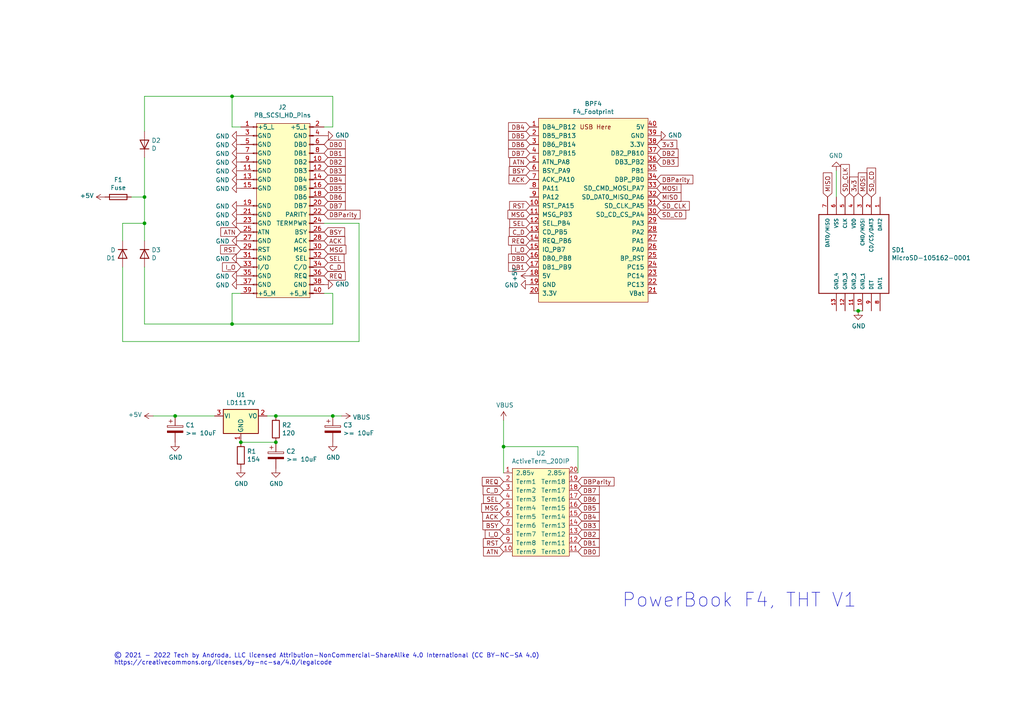
<source format=kicad_sch>
(kicad_sch (version 20211123) (generator eeschema)
  (paper "A4")
  (lib_symbols
    (symbol "Device:CP" (pin_numbers hide) (pin_names (offset 0.254))
      (property "Reference" "C" (at 0.635 2.54 0))
      (property "Value" "Device_CP" (at 0.635 -2.54 0))
      (symbol "CP_0_1"
        (rectangle (start -2.286 0.508) (end 2.286 1.016))
        (polyline (pts (xy -1.778 2.286) (xy -0.762 2.286)))
        (polyline (pts (xy -1.27 2.794) (xy -1.27 1.778)))
        (rectangle (start 2.286 -0.508) (end -2.286 -1.016) (fill (type outline)))
      )
      (symbol "CP_1_1"
        (pin passive line (at 0 3.81 270) (length 2.794) (name "~") (number "1"))
        (pin passive line (at 0 -3.81 90) (length 2.794) (name "~") (number "2"))
      )
    )
    (symbol "Device:D" (pin_numbers hide) (pin_names (offset 1.016) hide)
      (property "Reference" "D" (at 0 2.54 0))
      (property "Value" "D" (at 0 -2.54 0))
      (symbol "D_0_1"
        (polyline (pts (xy -1.27 1.27) (xy -1.27 -1.27)) (stroke (width 0.254)))
        (polyline (pts (xy 1.27 0) (xy -1.27 0)))
        (polyline (pts (xy 1.27 1.27) (xy 1.27 -1.27) (xy -1.27 0) (xy 1.27 1.27)) (stroke (width 0.254)))
      )
      (symbol "D_1_1"
        (pin passive line (at -3.81 0 0) (length 2.54) (name "K") (number "1"))
        (pin passive line (at 3.81 0 180) (length 2.54) (name "A") (number "2"))
      )
    )
    (symbol "Device:Fuse" (pin_numbers hide) (pin_names (offset 0))
      (property "Reference" "F" (at 2.032 0 90))
      (property "Value" "Fuse" (at -1.905 0 90))
      (symbol "Fuse_0_1"
        (rectangle (start -0.762 -2.54) (end 0.762 2.54) (stroke (width 0.254)))
        (polyline (pts (xy 0 2.54) (xy 0 -2.54)))
      )
      (symbol "Fuse_1_1"
        (pin passive line (at 0 3.81 270) (length 1.27) (name "~") (number "1"))
        (pin passive line (at 0 -3.81 90) (length 1.27) (name "~") (number "2"))
      )
    )
    (symbol "Device:R" (pin_numbers hide) (pin_names (offset 0))
      (property "Reference" "R" (at 2.032 0 90))
      (property "Value" "R" (at 0 0 90))
      (symbol "R_0_1"
        (rectangle (start -1.016 -2.54) (end 1.016 2.54) (stroke (width 0.254)))
      )
      (symbol "R_1_1"
        (pin passive line (at 0 3.81 270) (length 1.27) (name "~") (number "1"))
        (pin passive line (at 0 -3.81 90) (length 1.27) (name "~") (number "2"))
      )
    )
    (symbol "Regulator_Linear:LD1117VCD-2.85" (pin_names (offset 0.254))
      (property "Reference" "U" (at -3.81 3.175 0))
      (property "Value" "LD1117VCD-2.85" (at 0 3.175 0))
      (symbol "LD1117VCD-2.85_0_1"
        (rectangle (start -5.08 -5.08) (end 5.08 1.905) (stroke (width 0.254)) (fill (type background)))
      )
      (symbol "LD1117VCD-2.85_1_1"
        (pin power_in line (at 0 -7.62 90) (length 2.54) (name "GND") (number "1"))
        (pin power_out line (at 7.62 0 180) (length 2.54) (name "VO") (number "2"))
        (pin power_in line (at -7.62 0 0) (length 2.54) (name "VI") (number "3"))
      )
    )
    (symbol "custom_symbols:ActiveTerm_20DIP" (pin_names (offset 1.016))
      (property "Reference" "U" (at 0 0 0))
      (property "Value" "custom_symbols_ActiveTerm_20DIP" (at 0 2.54 0))
      (symbol "ActiveTerm_20DIP_0_1"
        (rectangle (start -7.62 -2.54) (end 8.89 -27.94) (fill (type background)))
      )
      (symbol "ActiveTerm_20DIP_1_1"
        (pin input line (at -10.16 -3.81 0) (length 2.54) (name "2.85v") (number "1"))
        (pin input line (at -10.16 -26.67 0) (length 2.54) (name "Term9") (number "10"))
        (pin input line (at 11.43 -26.67 180) (length 2.54) (name "Term10") (number "11"))
        (pin input line (at 11.43 -24.13 180) (length 2.54) (name "Term11") (number "12"))
        (pin input line (at 11.43 -21.59 180) (length 2.54) (name "Term12") (number "13"))
        (pin input line (at 11.43 -19.05 180) (length 2.54) (name "Term13") (number "14"))
        (pin input line (at 11.43 -16.51 180) (length 2.54) (name "Term14") (number "15"))
        (pin input line (at 11.43 -13.97 180) (length 2.54) (name "Term15") (number "16"))
        (pin input line (at 11.43 -11.43 180) (length 2.54) (name "Term16") (number "17"))
        (pin input line (at 11.43 -8.89 180) (length 2.54) (name "Term17") (number "18"))
        (pin input line (at 11.43 -6.35 180) (length 2.54) (name "Term18") (number "19"))
        (pin input line (at -10.16 -6.35 0) (length 2.54) (name "Term1") (number "2"))
        (pin input line (at 11.43 -3.81 180) (length 2.54) (name "2.85v") (number "20"))
        (pin input line (at -10.16 -8.89 0) (length 2.54) (name "Term2") (number "3"))
        (pin input line (at -10.16 -11.43 0) (length 2.54) (name "Term3") (number "4"))
        (pin input line (at -10.16 -13.97 0) (length 2.54) (name "Term4") (number "5"))
        (pin input line (at -10.16 -16.51 0) (length 2.54) (name "Term5") (number "6"))
        (pin input line (at -10.16 -19.05 0) (length 2.54) (name "Term6") (number "7"))
        (pin input line (at -10.16 -21.59 0) (length 2.54) (name "Term7") (number "8"))
        (pin input line (at -10.16 -24.13 0) (length 2.54) (name "Term8") (number "9"))
      )
    )
    (symbol "custom_symbols:F4_Footprint" (pin_names (offset 1.016))
      (property "Reference" "BP" (at 0 1.27 0))
      (property "Value" "custom_symbols_F4_Footprint" (at 0 5.08 0))
      (symbol "F4_Footprint_0_0"
        (text "USB Here" (at 1.27 -3.81 0) (effects (font (size 1.27 1.27))))
      )
      (symbol "F4_Footprint_0_1"
        (rectangle (start 16.51 -1.27) (end -15.24 -54.61) (fill (type background)))
      )
      (symbol "F4_Footprint_1_1"
        (pin bidirectional line (at -17.78 -3.81 0) (length 2.54) (name "DB4_PB12") (number "1"))
        (pin bidirectional line (at -17.78 -26.67 0) (length 2.54) (name "RST_PA15") (number "10"))
        (pin bidirectional line (at -17.78 -29.21 0) (length 2.54) (name "MSG_PB3") (number "11"))
        (pin bidirectional line (at -17.78 -31.75 0) (length 2.54) (name "SEL_PB4") (number "12"))
        (pin bidirectional line (at -17.78 -34.29 0) (length 2.54) (name "CD_PB5") (number "13"))
        (pin bidirectional line (at -17.78 -36.83 0) (length 2.54) (name "REQ_PB6") (number "14"))
        (pin bidirectional line (at -17.78 -39.37 0) (length 2.54) (name "IO_PB7") (number "15"))
        (pin bidirectional line (at -17.78 -41.91 0) (length 2.54) (name "DB0_PB8") (number "16"))
        (pin bidirectional line (at -17.78 -44.45 0) (length 2.54) (name "DB1_PB9") (number "17"))
        (pin power_in line (at -17.78 -46.99 0) (length 2.54) (name "5V") (number "18"))
        (pin power_in line (at -17.78 -49.53 0) (length 2.54) (name "GND") (number "19"))
        (pin bidirectional line (at -17.78 -6.35 0) (length 2.54) (name "DB5_PB13") (number "2"))
        (pin power_in line (at -17.78 -52.07 0) (length 2.54) (name "3.3V") (number "20"))
        (pin power_in line (at 19.05 -52.07 180) (length 2.54) (name "VBat") (number "21"))
        (pin bidirectional line (at 19.05 -49.53 180) (length 2.54) (name "PC13") (number "22"))
        (pin bidirectional line (at 19.05 -46.99 180) (length 2.54) (name "PC14") (number "23"))
        (pin bidirectional line (at 19.05 -44.45 180) (length 2.54) (name "PC15") (number "24"))
        (pin input line (at 19.05 -41.91 180) (length 2.54) (name "BP_RST") (number "25"))
        (pin bidirectional line (at 19.05 -39.37 180) (length 2.54) (name "PA0") (number "26"))
        (pin bidirectional line (at 19.05 -36.83 180) (length 2.54) (name "PA1") (number "27"))
        (pin bidirectional line (at 19.05 -34.29 180) (length 2.54) (name "PA2") (number "28"))
        (pin bidirectional line (at 19.05 -31.75 180) (length 2.54) (name "PA3") (number "29"))
        (pin bidirectional line (at -17.78 -8.89 0) (length 2.54) (name "DB6_PB14") (number "3"))
        (pin bidirectional line (at 19.05 -29.21 180) (length 2.54) (name "SD_CD_CS_PA4") (number "30"))
        (pin bidirectional line (at 19.05 -26.67 180) (length 2.54) (name "SD_CLK_PA5") (number "31"))
        (pin bidirectional line (at 19.05 -24.13 180) (length 2.54) (name "SD_DAT0_MISO_PA6") (number "32"))
        (pin bidirectional line (at 19.05 -21.59 180) (length 2.54) (name "SD_CMD_MOSI_PA7") (number "33"))
        (pin bidirectional line (at 19.05 -19.05 180) (length 2.54) (name "DBP_PB0") (number "34"))
        (pin bidirectional line (at 19.05 -16.51 180) (length 2.54) (name "PB1") (number "35"))
        (pin bidirectional line (at 19.05 -13.97 180) (length 2.54) (name "DB3_PB2") (number "36"))
        (pin bidirectional line (at 19.05 -11.43 180) (length 2.54) (name "DB2_PB10") (number "37"))
        (pin power_in line (at 19.05 -8.89 180) (length 2.54) (name "3.3V") (number "38"))
        (pin power_in line (at 19.05 -6.35 180) (length 2.54) (name "GND") (number "39"))
        (pin bidirectional line (at -17.78 -11.43 0) (length 2.54) (name "DB7_PB15") (number "4"))
        (pin power_in line (at 19.05 -3.81 180) (length 2.54) (name "5V") (number "40"))
        (pin bidirectional line (at -17.78 -13.97 0) (length 2.54) (name "ATN_PA8") (number "5"))
        (pin bidirectional line (at -17.78 -16.51 0) (length 2.54) (name "BSY_PA9") (number "6"))
        (pin bidirectional line (at -17.78 -19.05 0) (length 2.54) (name "ACK_PA10") (number "7"))
        (pin bidirectional line (at -17.78 -21.59 0) (length 2.54) (name "PA11") (number "8"))
        (pin bidirectional line (at -17.78 -24.13 0) (length 2.54) (name "PA12") (number "9"))
      )
    )
    (symbol "custom_symbols:MicroSD-105162-0001" (pin_names (offset 1.016))
      (property "Reference" "J" (at 29.21 7.62 0))
      (property "Value" "custom_symbols_MicroSD-105162-0001" (at 29.21 5.08 0))
      (symbol "MicroSD-105162-0001_0_0"
        (polyline (pts (xy 5.08 2.54) (xy 5.08 -17.78)) (stroke (width 0.254)))
        (polyline (pts (xy 5.08 2.54) (xy 27.94 2.54)) (stroke (width 0.254)))
        (polyline (pts (xy 27.94 -17.78) (xy 5.08 -17.78)) (stroke (width 0.254)))
        (polyline (pts (xy 27.94 -17.78) (xy 27.94 2.54)) (stroke (width 0.254)))
        (pin bidirectional line (at 0 0 0) (length 5.08) (name "DAT2") (number "1"))
        (pin bidirectional line (at 33.02 -5.08 180) (length 5.08) (name "GND_1") (number "10"))
        (pin bidirectional line (at 33.02 -7.62 180) (length 5.08) (name "GND_2") (number "11"))
        (pin bidirectional line (at 33.02 -10.16 180) (length 5.08) (name "GND_3") (number "12"))
        (pin bidirectional line (at 33.02 -12.7 180) (length 5.08) (name "GND_4") (number "13"))
        (pin bidirectional line (at 0 -2.54 0) (length 5.08) (name "CD/CS/DAT3") (number "2"))
        (pin bidirectional line (at 0 -5.08 0) (length 5.08) (name "CMD/MOSI") (number "3"))
        (pin bidirectional line (at 0 -7.62 0) (length 5.08) (name "VDD") (number "4"))
        (pin bidirectional line (at 0 -10.16 0) (length 5.08) (name "CLK") (number "5"))
        (pin bidirectional line (at 0 -12.7 0) (length 5.08) (name "VSS") (number "6"))
        (pin bidirectional line (at 0 -15.24 0) (length 5.08) (name "DAT0/MISO") (number "7"))
        (pin bidirectional line (at 33.02 0 180) (length 5.08) (name "DAT1") (number "8"))
        (pin bidirectional line (at 33.02 -2.54 180) (length 5.08) (name "DET") (number "9"))
      )
    )
    (symbol "custom_symbols:PB_SCSI_HD_Pins" (pin_names (offset 1.016))
      (property "Reference" "J" (at -0.508 26.67 0))
      (property "Value" "custom_symbols_PB_SCSI_HD_Pins" (at -0.508 -28.702 0))
      (symbol "PB_SCSI_HD_Pins_0_1"
        (rectangle (start -8.128 -25.4) (end 7.366 25.146) (fill (type background)))
      )
      (symbol "PB_SCSI_HD_Pins_1_1"
        (rectangle (start -9.144 -24.003) (end -7.874 -24.257) (stroke (width 0.1524)))
        (rectangle (start -9.144 -21.463) (end -7.874 -21.717) (stroke (width 0.1524)))
        (rectangle (start -9.144 -18.923) (end -7.874 -19.177) (stroke (width 0.1524)))
        (rectangle (start -9.144 -16.383) (end -7.874 -16.637) (stroke (width 0.1524)))
        (rectangle (start -9.144 -13.843) (end -7.874 -14.097) (stroke (width 0.1524)))
        (rectangle (start -9.144 -11.303) (end -7.874 -11.557) (stroke (width 0.1524)))
        (rectangle (start -9.144 -8.763) (end -7.874 -9.017) (stroke (width 0.1524)))
        (rectangle (start -9.144 -6.223) (end -7.874 -6.477) (stroke (width 0.1524)))
        (rectangle (start -9.144 -3.683) (end -7.874 -3.937) (stroke (width 0.1524)))
        (rectangle (start -9.144 -1.143) (end -7.874 -1.397) (stroke (width 0.1524)))
        (rectangle (start -9.144 1.397) (end -7.874 1.143) (stroke (width 0.1524)))
        (rectangle (start -9.144 6.477) (end -7.874 6.223) (stroke (width 0.1524)))
        (rectangle (start -9.144 9.017) (end -7.874 8.763) (stroke (width 0.1524)))
        (rectangle (start -9.144 11.557) (end -7.874 11.303) (stroke (width 0.1524)))
        (rectangle (start -9.144 14.097) (end -7.874 13.843) (stroke (width 0.1524)))
        (rectangle (start -9.144 16.637) (end -7.874 16.383) (stroke (width 0.1524)))
        (rectangle (start -9.144 19.177) (end -7.874 18.923) (stroke (width 0.1524)))
        (rectangle (start -9.144 21.717) (end -7.874 21.463) (stroke (width 0.1524)))
        (rectangle (start -9.144 24.257) (end -7.874 24.003) (stroke (width 0.1524)))
        (rectangle (start 8.382 -24.003) (end 7.112 -24.257) (stroke (width 0.1524)))
        (rectangle (start 8.382 -21.463) (end 7.112 -21.717) (stroke (width 0.1524)))
        (rectangle (start 8.382 -18.923) (end 7.112 -19.177) (stroke (width 0.1524)))
        (rectangle (start 8.382 -16.383) (end 7.112 -16.637) (stroke (width 0.1524)))
        (rectangle (start 8.382 -13.843) (end 7.112 -14.097) (stroke (width 0.1524)))
        (rectangle (start 8.382 -11.303) (end 7.112 -11.557) (stroke (width 0.1524)))
        (rectangle (start 8.382 -8.763) (end 7.112 -9.017) (stroke (width 0.1524)))
        (rectangle (start 8.382 -6.223) (end 7.112 -6.477) (stroke (width 0.1524)))
        (rectangle (start 8.382 -3.683) (end 7.112 -3.937) (stroke (width 0.1524)))
        (rectangle (start 8.382 -1.143) (end 7.112 -1.397) (stroke (width 0.1524)))
        (rectangle (start 8.382 1.397) (end 7.112 1.143) (stroke (width 0.1524)))
        (rectangle (start 8.382 3.937) (end 7.112 3.683) (stroke (width 0.1524)))
        (rectangle (start 8.382 6.477) (end 7.112 6.223) (stroke (width 0.1524)))
        (rectangle (start 8.382 9.017) (end 7.112 8.763) (stroke (width 0.1524)))
        (rectangle (start 8.382 11.557) (end 7.112 11.303) (stroke (width 0.1524)))
        (rectangle (start 8.382 14.097) (end 7.112 13.843) (stroke (width 0.1524)))
        (rectangle (start 8.382 16.637) (end 7.112 16.383) (stroke (width 0.1524)))
        (rectangle (start 8.382 19.177) (end 7.112 18.923) (stroke (width 0.1524)))
        (rectangle (start 8.382 21.717) (end 7.112 21.463) (stroke (width 0.1524)))
        (rectangle (start 8.382 24.257) (end 7.112 24.003) (stroke (width 0.1524)))
        (pin power_in line (at -12.7 24.13 0) (length 3.81) (name "+5_L") (number "1"))
        (pin passive line (at 11.43 13.97 180) (length 3.81) (name "DB2") (number "10"))
        (pin power_in line (at -12.7 11.43 0) (length 3.81) (name "GND") (number "11"))
        (pin passive line (at 11.43 11.43 180) (length 3.81) (name "DB3") (number "12"))
        (pin power_in line (at -12.7 8.89 0) (length 3.81) (name "GND") (number "13"))
        (pin passive line (at 11.43 8.89 180) (length 3.81) (name "DB4") (number "14"))
        (pin power_in line (at -12.7 6.35 0) (length 3.81) (name "GND") (number "15"))
        (pin passive line (at 11.43 6.35 180) (length 3.81) (name "DB5") (number "16"))
        (pin passive line (at 11.43 3.81 180) (length 3.81) (name "DB6") (number "18"))
        (pin power_in line (at -12.7 1.27 0) (length 3.81) (name "GND") (number "19"))
        (pin power_in line (at 11.43 24.13 180) (length 3.81) (name "+5_L") (number "2"))
        (pin passive line (at 11.43 1.27 180) (length 3.81) (name "DB7") (number "20"))
        (pin power_in line (at -12.7 -1.27 0) (length 3.81) (name "GND") (number "21"))
        (pin passive line (at 11.43 -1.27 180) (length 3.81) (name "PARITY") (number "22"))
        (pin power_in line (at -12.7 -3.81 0) (length 3.81) (name "GND") (number "23"))
        (pin passive line (at 11.43 -3.81 180) (length 3.81) (name "TERMPWR") (number "24"))
        (pin passive line (at -12.7 -6.35 0) (length 3.81) (name "ATN") (number "25"))
        (pin passive line (at 11.43 -6.35 180) (length 3.81) (name "BSY") (number "26"))
        (pin power_in line (at -12.7 -8.89 0) (length 3.81) (name "GND") (number "27"))
        (pin passive line (at 11.43 -8.89 180) (length 3.81) (name "ACK") (number "28"))
        (pin passive line (at -12.7 -11.43 0) (length 3.81) (name "RST") (number "29"))
        (pin power_in line (at -12.7 21.59 0) (length 3.81) (name "GND") (number "3"))
        (pin passive line (at 11.43 -11.43 180) (length 3.81) (name "MSG") (number "30"))
        (pin power_in line (at -12.7 -13.97 0) (length 3.81) (name "GND") (number "31"))
        (pin passive line (at 11.43 -13.97 180) (length 3.81) (name "SEL") (number "32"))
        (pin passive line (at -12.7 -16.51 0) (length 3.81) (name "I/O") (number "33"))
        (pin passive line (at 11.43 -16.51 180) (length 3.81) (name "C/D") (number "34"))
        (pin power_in line (at -12.7 -19.05 0) (length 3.81) (name "GND") (number "35"))
        (pin passive line (at 11.43 -19.05 180) (length 3.81) (name "REQ") (number "36"))
        (pin power_in line (at -12.7 -21.59 0) (length 3.81) (name "GND") (number "37"))
        (pin power_in line (at 11.43 -21.59 180) (length 3.81) (name "GND") (number "38"))
        (pin power_in line (at -12.7 -24.13 0) (length 3.81) (name "+5_M") (number "39"))
        (pin power_in line (at 11.43 21.59 180) (length 3.81) (name "GND") (number "4"))
        (pin power_in line (at 11.43 -24.13 180) (length 3.81) (name "+5_M") (number "40"))
        (pin power_in line (at -12.7 19.05 0) (length 3.81) (name "GND") (number "5"))
        (pin passive line (at 11.43 19.05 180) (length 3.81) (name "DB0") (number "6"))
        (pin power_in line (at -12.7 16.51 0) (length 3.81) (name "GND") (number "7"))
        (pin passive line (at 11.43 16.51 180) (length 3.81) (name "DB1") (number "8"))
        (pin power_in line (at -12.7 13.97 0) (length 3.81) (name "GND") (number "9"))
      )
    )
    (symbol "power:+5V" (power) (pin_names (offset 0))
      (property "Value" "+5V" (at 0 3.556 0))
      (symbol "+5V_0_1"
        (polyline (pts (xy -0.762 1.27) (xy 0 2.54)))
        (polyline (pts (xy 0 0) (xy 0 2.54)))
        (polyline (pts (xy 0 2.54) (xy 0.762 1.27)))
      )
      (symbol "+5V_1_1"
        (pin power_in line (at 0 0 90) (length 0) hide (name "+5V") (number "1"))
      )
    )
    (symbol "power:GND" (power) (pin_names (offset 0))
      (property "Value" "GND" (at 0 -3.81 0))
      (symbol "GND_0_1"
        (polyline (pts (xy 0 0) (xy 0 -1.27) (xy 1.27 -1.27) (xy 0 -2.54) (xy -1.27 -1.27) (xy 0 -1.27)))
      )
      (symbol "GND_1_1"
        (pin power_in line (at 0 0 270) (length 0) hide (name "GND") (number "1"))
      )
    )
    (symbol "power:VBUS" (power) (pin_names (offset 0))
      (property "Value" "VBUS" (at 0 3.81 0))
      (symbol "VBUS_0_1"
        (polyline (pts (xy -0.762 1.27) (xy 0 2.54)))
        (polyline (pts (xy 0 0) (xy 0 2.54)))
        (polyline (pts (xy 0 2.54) (xy 0.762 1.27)))
      )
      (symbol "VBUS_1_1"
        (pin power_in line (at 0 0 90) (length 0) hide (name "VBUS") (number "1"))
      )
    )
  )
  (junction (at 67.31 93.98))
  (junction (at 41.91 64.77))
  (junction (at 41.91 57.15))
  (junction (at 80.01 128.27))
  (junction (at 248.92 90.17))
  (junction (at 96.52 120.65))
  (junction (at 50.8 120.65))
  (junction (at 67.31 27.94))
  (junction (at 80.01 120.65))
  (junction (at 69.85 128.27))
  (junction (at 146.05 129.54))
  (wire (pts (xy 96.52 93.98) (xy 67.31 93.98)))
  (wire (pts (xy 146.05 129.54) (xy 146.05 137.16)))
  (wire (pts (xy 67.31 93.98) (xy 67.31 85.09)))
  (wire (pts (xy 96.52 36.83) (xy 96.52 27.94)))
  (wire (pts (xy 67.31 27.94) (xy 41.91 27.94)))
  (wire (pts (xy 41.91 57.15) (xy 41.91 64.77)))
  (wire (pts (xy 50.8 120.65) (xy 62.23 120.65)))
  (wire (pts (xy 35.56 69.85) (xy 35.56 64.77)))
  (wire (pts (xy 41.91 93.98) (xy 41.91 77.47)))
  (wire (pts (xy 93.98 36.83) (xy 96.52 36.83)))
  (wire (pts (xy 77.47 120.65) (xy 80.01 120.65)))
  (wire (pts (xy 96.52 27.94) (xy 67.31 27.94)))
  (wire (pts (xy 242.57 57.15) (xy 242.57 49.53)))
  (wire (pts (xy 248.92 90.17) (xy 247.65 90.17)))
  (wire (pts (xy 93.98 85.09) (xy 96.52 85.09)))
  (wire (pts (xy 41.91 27.94) (xy 41.91 38.1)))
  (wire (pts (xy 35.56 99.06) (xy 104.14 99.06)))
  (wire (pts (xy 250.19 90.17) (xy 248.92 90.17)))
  (wire (pts (xy 41.91 45.72) (xy 41.91 57.15)))
  (wire (pts (xy 67.31 85.09) (xy 69.85 85.09)))
  (wire (pts (xy 38.1 57.15) (xy 41.91 57.15)))
  (wire (pts (xy 146.05 121.92) (xy 146.05 129.54)))
  (wire (pts (xy 67.31 27.94) (xy 67.31 36.83)))
  (wire (pts (xy 44.45 120.65) (xy 50.8 120.65)))
  (wire (pts (xy 96.52 120.65) (xy 99.06 120.65)))
  (wire (pts (xy 80.01 120.65) (xy 96.52 120.65)))
  (wire (pts (xy 93.98 64.77) (xy 104.14 64.77)))
  (wire (pts (xy 67.31 36.83) (xy 69.85 36.83)))
  (wire (pts (xy 41.91 64.77) (xy 41.91 69.85)))
  (wire (pts (xy 167.64 129.54) (xy 167.64 137.16)))
  (wire (pts (xy 96.52 85.09) (xy 96.52 93.98)))
  (wire (pts (xy 35.56 64.77) (xy 41.91 64.77)))
  (wire (pts (xy 167.64 129.54) (xy 146.05 129.54)))
  (wire (pts (xy 67.31 93.98) (xy 41.91 93.98)))
  (wire (pts (xy 69.85 128.27) (xy 80.01 128.27)))
  (wire (pts (xy 104.14 99.06) (xy 104.14 64.77)))
  (wire (pts (xy 35.56 77.47) (xy 35.56 99.06)))
  (text "PowerBook F4, THT V1" (at 180.34 176.53 0) (effects (font (size 4 4)) (justify left bottom)))
  (text "© 2021 - 2022 Tech by Androda, LLC licensed Attribution-NonCommercial-ShareAlike 4.0 International (CC BY-NC-SA 4.0)\nhttps://creativecommons.org/licenses/by-nc-sa/4.0/legalcode" (at 33.02 193.04 0) (effects (font (size 1.27 1.27)) (justify left bottom)))
  (global_label "REQ" (shape input) (at 146.05 139.7 180) (property "Intersheet References" "${INTERSHEET_REFS}" (effects hide)))
  (global_label "DB2" (shape input) (at 167.64 154.94 0) (property "Intersheet References" "${INTERSHEET_REFS}" (effects hide)))
  (global_label "DB7" (shape input) (at 93.98 59.69 0) (property "Intersheet References" "${INTERSHEET_REFS}" (effects hide)))
  (global_label "SEL" (shape input) (at 146.05 144.78 180) (property "Intersheet References" "${INTERSHEET_REFS}" (effects hide)))
  (global_label "DB6" (shape input) (at 93.98 57.15 0) (property "Intersheet References" "${INTERSHEET_REFS}" (effects hide)))
  (global_label "MOSI" (shape input) (at 190.5 54.61 0) (property "Intersheet References" "${INTERSHEET_REFS}" (effects hide)))
  (global_label "DB5" (shape input) (at 153.67 39.37 180) (property "Intersheet References" "${INTERSHEET_REFS}" (effects hide)))
  (global_label "SD_CLK" (shape input) (at 245.11 57.15 90) (property "Intersheet References" "${INTERSHEET_REFS}" (effects hide)))
  (global_label "ACK" (shape input) (at 146.05 149.86 180) (property "Intersheet References" "${INTERSHEET_REFS}" (effects hide)))
  (global_label "3v3" (shape input) (at 190.5 41.91 0) (property "Intersheet References" "${INTERSHEET_REFS}" (effects hide)))
  (global_label "DB0" (shape input) (at 167.64 160.02 0) (property "Intersheet References" "${INTERSHEET_REFS}" (effects hide)))
  (global_label "DB0" (shape input) (at 153.67 74.93 180) (property "Intersheet References" "${INTERSHEET_REFS}" (effects hide)))
  (global_label "C_D" (shape input) (at 93.98 77.47 0) (property "Intersheet References" "${INTERSHEET_REFS}" (effects hide)))
  (global_label "I_O" (shape input) (at 69.85 77.47 180) (property "Intersheet References" "${INTERSHEET_REFS}" (effects hide)))
  (global_label "DB4" (shape input) (at 93.98 52.07 0) (property "Intersheet References" "${INTERSHEET_REFS}" (effects hide)))
  (global_label "DB3" (shape input) (at 93.98 49.53 0) (property "Intersheet References" "${INTERSHEET_REFS}" (effects hide)))
  (global_label "3v3" (shape input) (at 247.65 57.15 90) (property "Intersheet References" "${INTERSHEET_REFS}" (effects hide)))
  (global_label "DB3" (shape input) (at 167.64 152.4 0) (property "Intersheet References" "${INTERSHEET_REFS}" (effects hide)))
  (global_label "DB1" (shape input) (at 167.64 157.48 0) (property "Intersheet References" "${INTERSHEET_REFS}" (effects hide)))
  (global_label "DB5" (shape input) (at 93.98 54.61 0) (property "Intersheet References" "${INTERSHEET_REFS}" (effects hide)))
  (global_label "DB6" (shape input) (at 153.67 41.91 180) (property "Intersheet References" "${INTERSHEET_REFS}" (effects hide)))
  (global_label "DBParity" (shape input) (at 93.98 62.23 0) (property "Intersheet References" "${INTERSHEET_REFS}" (effects hide)))
  (global_label "ATN" (shape input) (at 69.85 67.31 180) (property "Intersheet References" "${INTERSHEET_REFS}" (effects hide)))
  (global_label "DB2" (shape input) (at 190.5 44.45 0) (property "Intersheet References" "${INTERSHEET_REFS}" (effects hide)))
  (global_label "DB3" (shape input) (at 190.5 46.99 0) (property "Intersheet References" "${INTERSHEET_REFS}" (effects hide)))
  (global_label "MSG" (shape input) (at 93.98 72.39 0) (property "Intersheet References" "${INTERSHEET_REFS}" (effects hide)))
  (global_label "SD_CLK" (shape input) (at 190.5 59.69 0) (property "Intersheet References" "${INTERSHEET_REFS}" (effects hide)))
  (global_label "RST" (shape input) (at 146.05 157.48 180) (property "Intersheet References" "${INTERSHEET_REFS}" (effects hide)))
  (global_label "REQ" (shape input) (at 93.98 80.01 0) (property "Intersheet References" "${INTERSHEET_REFS}" (effects hide)))
  (global_label "DB4" (shape input) (at 153.67 36.83 180) (property "Intersheet References" "${INTERSHEET_REFS}" (effects hide)))
  (global_label "I_O" (shape input) (at 153.67 72.39 180) (property "Intersheet References" "${INTERSHEET_REFS}" (effects hide)))
  (global_label "MISO" (shape input) (at 190.5 57.15 0) (property "Intersheet References" "${INTERSHEET_REFS}" (effects hide)))
  (global_label "ATN" (shape input) (at 153.67 46.99 180) (property "Intersheet References" "${INTERSHEET_REFS}" (effects hide)))
  (global_label "SD_CD" (shape input) (at 252.73 57.15 90) (property "Intersheet References" "${INTERSHEET_REFS}" (effects hide)))
  (global_label "SEL" (shape input) (at 93.98 74.93 0) (property "Intersheet References" "${INTERSHEET_REFS}" (effects hide)))
  (global_label "MSG" (shape input) (at 153.67 62.23 180) (property "Intersheet References" "${INTERSHEET_REFS}" (effects hide)))
  (global_label "DB7" (shape input) (at 153.67 44.45 180) (property "Intersheet References" "${INTERSHEET_REFS}" (effects hide)))
  (global_label "MSG" (shape input) (at 146.05 147.32 180) (property "Intersheet References" "${INTERSHEET_REFS}" (effects hide)))
  (global_label "SEL" (shape input) (at 153.67 64.77 180) (property "Intersheet References" "${INTERSHEET_REFS}" (effects hide)))
  (global_label "MOSI" (shape input) (at 250.19 57.15 90) (property "Intersheet References" "${INTERSHEET_REFS}" (effects hide)))
  (global_label "DBParity" (shape input) (at 167.64 139.7 0) (property "Intersheet References" "${INTERSHEET_REFS}" (effects hide)))
  (global_label "DBParity" (shape input) (at 190.5 52.07 0) (property "Intersheet References" "${INTERSHEET_REFS}" (effects hide)))
  (global_label "DB1" (shape input) (at 153.67 77.47 180) (property "Intersheet References" "${INTERSHEET_REFS}" (effects hide)))
  (global_label "BSY" (shape input) (at 93.98 67.31 0) (property "Intersheet References" "${INTERSHEET_REFS}" (effects hide)))
  (global_label "I_O" (shape input) (at 146.05 154.94 180) (property "Intersheet References" "${INTERSHEET_REFS}" (effects hide)))
  (global_label "DB7" (shape input) (at 167.64 142.24 0) (property "Intersheet References" "${INTERSHEET_REFS}" (effects hide)))
  (global_label "ATN" (shape input) (at 146.05 160.02 180) (property "Intersheet References" "${INTERSHEET_REFS}" (effects hide)))
  (global_label "C_D" (shape input) (at 146.05 142.24 180) (property "Intersheet References" "${INTERSHEET_REFS}" (effects hide)))
  (global_label "DB2" (shape input) (at 93.98 46.99 0) (property "Intersheet References" "${INTERSHEET_REFS}" (effects hide)))
  (global_label "RST" (shape input) (at 69.85 72.39 180) (property "Intersheet References" "${INTERSHEET_REFS}" (effects hide)))
  (global_label "ACK" (shape input) (at 153.67 52.07 180) (property "Intersheet References" "${INTERSHEET_REFS}" (effects hide)))
  (global_label "ACK" (shape input) (at 93.98 69.85 0) (property "Intersheet References" "${INTERSHEET_REFS}" (effects hide)))
  (global_label "DB1" (shape input) (at 93.98 44.45 0) (property "Intersheet References" "${INTERSHEET_REFS}" (effects hide)))
  (global_label "C_D" (shape input) (at 153.67 67.31 180) (property "Intersheet References" "${INTERSHEET_REFS}" (effects hide)))
  (global_label "DB0" (shape input) (at 93.98 41.91 0) (property "Intersheet References" "${INTERSHEET_REFS}" (effects hide)))
  (global_label "DB6" (shape input) (at 167.64 144.78 0) (property "Intersheet References" "${INTERSHEET_REFS}" (effects hide)))
  (global_label "SD_CD" (shape input) (at 190.5 62.23 0) (property "Intersheet References" "${INTERSHEET_REFS}" (effects hide)))
  (global_label "RST" (shape input) (at 153.67 59.69 180) (property "Intersheet References" "${INTERSHEET_REFS}" (effects hide)))
  (global_label "DB5" (shape input) (at 167.64 147.32 0) (property "Intersheet References" "${INTERSHEET_REFS}" (effects hide)))
  (global_label "REQ" (shape input) (at 153.67 69.85 180) (property "Intersheet References" "${INTERSHEET_REFS}" (effects hide)))
  (global_label "BSY" (shape input) (at 153.67 49.53 180) (property "Intersheet References" "${INTERSHEET_REFS}" (effects hide)))
  (global_label "MISO" (shape input) (at 240.03 57.15 90) (property "Intersheet References" "${INTERSHEET_REFS}" (effects hide)))
  (global_label "DB4" (shape input) (at 167.64 149.86 0) (property "Intersheet References" "${INTERSHEET_REFS}" (effects hide)))
  (global_label "BSY" (shape input) (at 146.05 152.4 180) (property "Intersheet References" "${INTERSHEET_REFS}" (effects hide)))
  (symbol (lib_id "power:+5V") (at 153.67 80.01 90) (unit 1)
    (property "Reference" "#PWR033" (effects hide))
    (property "Value" "+5V" (at 149.2758 79.629 0))
  )
  (symbol (lib_id "custom_symbols:PB_SCSI_HD_Pins") (at 82.55 60.96 0) (unit 1)
    (property "Reference" "J2" (at 81.915 31.115 0))
    (property "Value" "PB_SCSI_HD_Pins" (at 81.915 33.4264 0))
    (property "Footprint" "CustomFootprints:PowerBook_SCSI_40Pin_UpsideDown" (effects hide))
  )
  (symbol (lib_id "custom_symbols:MicroSD-105162-0001") (at 255.27 57.15 270) (unit 1)
    (property "Reference" "SD1" (at 258.572 72.4916 90) (effects (justify left)))
    (property "Value" "MicroSD-105162-0001" (at 258.572 74.803 90) (effects (justify left)))
    (property "Footprint" "CustomFootprints:microsd_molex_1051620001" (effects hide))
    (property "MANUFACTURER_PART_NUMBER" "105162-0001" (effects hide))
    (property "HEIGHT" "mm" (effects hide))
    (property "MOUSER_PART_NUMBER" "538-105162-0001" (effects hide))
    (property "DESCRIPTION" "Memory Card Connectors 1.45H MICRO SD HEADER WITH D/C PIN" (effects hide))
    (property "MANUFACTURER_NAME" "Molex" (effects hide))
    (property "MOUSER_PRICE-STOCK" "https://www.mouser.co.uk/ProductDetail/Molex/105162-0001?qs=1fNsfHe5VsK8daqlgKxZfQ%3D%3D" (effects hide))
  )
  (symbol (lib_id "power:GND") (at 242.57 49.53 180) (unit 1)
    (property "Reference" "#PWR0104" (effects hide))
    (property "Value" "GND" (at 242.443 45.1358 0))
  )
  (symbol (lib_id "power:GND") (at 248.92 90.17 0) (unit 1)
    (property "Reference" "#PWR0105" (effects hide))
    (property "Value" "GND" (at 249.047 94.5642 0))
  )
  (symbol (lib_id "power:GND") (at 190.5 39.37 90) (unit 1)
    (property "Reference" "#PWR0101" (effects hide))
    (property "Value" "GND" (at 193.7512 39.243 90) (effects (justify right)))
  )
  (symbol (lib_id "power:GND") (at 153.67 82.55 270) (unit 1)
    (property "Reference" "#PWR0103" (effects hide))
    (property "Value" "GND" (at 150.4188 82.677 90) (effects (justify right)))
  )
  (symbol (lib_id "power:GND") (at 93.98 39.37 90) (unit 1)
    (property "Reference" "#PWR018" (effects hide))
    (property "Value" "GND" (at 97.2312 39.243 90) (effects (justify right)))
  )
  (symbol (lib_id "power:GND") (at 93.98 82.55 90) (unit 1)
    (property "Reference" "#PWR020" (effects hide))
    (property "Value" "GND" (at 97.2312 82.423 90) (effects (justify right)))
  )
  (symbol (lib_id "power:GND") (at 69.85 80.01 270) (unit 1)
    (property "Reference" "#PWR014" (effects hide))
    (property "Value" "GND" (at 66.5988 80.137 90) (effects (justify right)))
  )
  (symbol (lib_id "power:GND") (at 69.85 82.55 270) (unit 1)
    (property "Reference" "#PWR015" (effects hide))
    (property "Value" "GND" (at 66.5988 82.677 90) (effects (justify right)))
  )
  (symbol (lib_id "power:GND") (at 69.85 74.93 270) (unit 1)
    (property "Reference" "#PWR013" (effects hide))
    (property "Value" "GND" (at 66.5988 75.057 90) (effects (justify right)))
  )
  (symbol (lib_id "power:GND") (at 69.85 69.85 270) (unit 1)
    (property "Reference" "#PWR012" (effects hide))
    (property "Value" "GND" (at 66.5988 69.977 90) (effects (justify right)))
  )
  (symbol (lib_id "power:GND") (at 69.85 64.77 270) (unit 1)
    (property "Reference" "#PWR011" (effects hide))
    (property "Value" "GND" (at 66.5988 64.897 90) (effects (justify right)))
  )
  (symbol (lib_id "power:GND") (at 69.85 62.23 270) (unit 1)
    (property "Reference" "#PWR010" (effects hide))
    (property "Value" "GND" (at 66.5988 62.357 90) (effects (justify right)))
  )
  (symbol (lib_id "power:GND") (at 69.85 59.69 270) (unit 1)
    (property "Reference" "#PWR09" (effects hide))
    (property "Value" "GND" (at 66.5988 59.817 90) (effects (justify right)))
  )
  (symbol (lib_id "power:GND") (at 69.85 54.61 270) (unit 1)
    (property "Reference" "#PWR08" (effects hide))
    (property "Value" "GND" (at 66.5988 54.737 90) (effects (justify right)))
  )
  (symbol (lib_id "power:GND") (at 69.85 52.07 270) (unit 1)
    (property "Reference" "#PWR07" (effects hide))
    (property "Value" "GND" (at 66.5988 52.197 90) (effects (justify right)))
  )
  (symbol (lib_id "power:GND") (at 69.85 49.53 270) (unit 1)
    (property "Reference" "#PWR06" (effects hide))
    (property "Value" "GND" (at 66.5988 49.657 90) (effects (justify right)))
  )
  (symbol (lib_id "power:GND") (at 69.85 46.99 270) (unit 1)
    (property "Reference" "#PWR05" (effects hide))
    (property "Value" "GND" (at 66.5988 47.117 90) (effects (justify right)))
  )
  (symbol (lib_id "power:GND") (at 69.85 44.45 270) (unit 1)
    (property "Reference" "#PWR04" (effects hide))
    (property "Value" "GND" (at 66.5988 44.577 90) (effects (justify right)))
  )
  (symbol (lib_id "power:GND") (at 69.85 41.91 270) (unit 1)
    (property "Reference" "#PWR03" (effects hide))
    (property "Value" "GND" (at 66.5988 42.037 90) (effects (justify right)))
  )
  (symbol (lib_id "power:GND") (at 69.85 39.37 270) (unit 1)
    (property "Reference" "#PWR02" (effects hide))
    (property "Value" "GND" (at 66.5988 39.497 90) (effects (justify right)))
  )
  (symbol (lib_id "power:+5V") (at 30.48 57.15 90) (unit 1)
    (property "Reference" "#PWR01" (effects hide))
    (property "Value" "+5V" (at 27.2288 56.769 90) (effects (justify left)))
  )
  (symbol (lib_id "Regulator_Linear:LD1117VCD-2.85") (at 69.85 120.65 0) (unit 1)
    (property "Reference" "U1" (at 69.85 114.5032 0))
    (property "Value" "LD1117V" (at 69.85 116.8146 0))
    (property "Footprint" "Package_TO_SOT_THT:TO-220-3_Horizontal_TabDown" (effects hide))
    (property "Datasheet" "http://www.advanced-monolithic.com/pdf/ds1117.pdf" (effects hide))
  )
  (symbol (lib_id "power:GND") (at 69.85 135.89 0) (unit 1)
    (property "Reference" "#PWR021" (effects hide))
    (property "Value" "GND" (at 69.977 140.2842 0))
  )
  (symbol (lib_id "power:VBUS") (at 99.06 120.65 270) (unit 1)
    (property "Reference" "#PWR023" (effects hide))
    (property "Value" "VBUS" (at 102.3112 121.031 90) (effects (justify left)))
  )
  (symbol (lib_id "custom_symbols:ActiveTerm_20DIP") (at 156.21 133.35 0) (unit 1)
    (property "Reference" "U2" (at 156.845 131.445 0))
    (property "Value" "ActiveTerm_20DIP" (at 156.845 133.7564 0))
    (property "Footprint" "Package_DIP:DIP-20_W7.62mm_Socket" (effects hide))
  )
  (symbol (lib_id "power:+5V") (at 44.45 120.65 90) (unit 1)
    (property "Reference" "#PWR0107" (effects hide))
    (property "Value" "+5V" (at 41.1988 120.269 90) (effects (justify left)))
  )
  (symbol (lib_id "Device:D") (at 35.56 73.66 270) (unit 1)
    (property "Reference" "D1" (at 33.528 74.8284 90) (effects (justify right)))
    (property "Value" "D" (at 33.528 72.517 90) (effects (justify right)))
    (property "Footprint" "Diode_THT:D_A-405_P10.16mm_Horizontal" (effects hide))
  )
  (symbol (lib_id "power:VBUS") (at 146.05 121.92 0) (unit 1)
    (property "Reference" "#PWR0106" (effects hide))
    (property "Value" "VBUS" (at 146.431 117.5258 0))
  )
  (symbol (lib_id "Device:Fuse") (at 34.29 57.15 270) (unit 1)
    (property "Reference" "F1" (at 34.29 52.1462 90))
    (property "Value" "Fuse" (at 34.29 54.4576 90))
    (property "Footprint" "CustomFootprints:Fuse_BelFuse_0ZRE0005FF_L8.3mm_W3.8mm" (effects hide))
  )
  (symbol (lib_id "custom_symbols:F4_Footprint") (at 171.45 33.02 0) (unit 1)
    (property "Reference" "BPF4" (at 172.085 30.099 0))
    (property "Value" "F4_Footprint" (at 172.085 32.4104 0))
    (property "Footprint" "CustomFootprints:BluePillModule" (effects hide))
  )
  (symbol (lib_id "Device:R") (at 80.01 124.46 0) (unit 1)
    (property "Reference" "R2" (at 81.788 123.2916 0) (effects (justify left)))
    (property "Value" "120" (at 81.788 125.603 0) (effects (justify left)))
    (property "Footprint" "Resistor_THT:R_Axial_DIN0204_L3.6mm_D1.6mm_P5.08mm_Vertical" (effects hide))
  )
  (symbol (lib_id "Device:R") (at 69.85 132.08 0) (unit 1)
    (property "Reference" "R1" (at 71.628 130.9116 0) (effects (justify left)))
    (property "Value" "154" (at 71.628 133.223 0) (effects (justify left)))
    (property "Footprint" "Resistor_THT:R_Axial_DIN0204_L3.6mm_D1.6mm_P7.62mm_Horizontal" (effects hide))
  )
  (symbol (lib_id "power:GND") (at 96.52 128.27 0) (unit 1)
    (property "Reference" "#PWR0108" (effects hide))
    (property "Value" "GND" (at 96.647 132.6642 0))
  )
  (symbol (lib_id "Device:CP") (at 96.52 124.46 0) (unit 1)
    (property "Reference" "C3" (at 99.5172 123.2916 0) (effects (justify left)))
    (property "Value" ">= 10uF" (at 99.5172 125.603 0) (effects (justify left)))
    (property "Footprint" "Capacitor_SMD:C_1206_3216Metric_Pad1.42x1.75mm_HandSolder" (effects hide))
  )
  (symbol (lib_id "power:GND") (at 50.8 128.27 0) (unit 1)
    (property "Reference" "#PWR0109" (effects hide))
    (property "Value" "GND" (at 50.927 132.6642 0))
  )
  (symbol (lib_id "Device:CP") (at 50.8 124.46 0) (unit 1)
    (property "Reference" "C1" (at 53.7972 123.2916 0) (effects (justify left)))
    (property "Value" ">= 10uF" (at 53.7972 125.603 0) (effects (justify left)))
    (property "Footprint" "Capacitor_SMD:C_1206_3216Metric_Pad1.42x1.75mm_HandSolder" (effects hide))
  )
  (symbol (lib_id "power:GND") (at 80.01 135.89 0) (unit 1)
    (property "Reference" "#PWR0110" (effects hide))
    (property "Value" "GND" (at 80.137 140.2842 0))
  )
  (symbol (lib_id "Device:CP") (at 80.01 132.08 0) (unit 1)
    (property "Reference" "C2" (at 83.0072 130.9116 0) (effects (justify left)))
    (property "Value" ">= 10uF" (at 83.0072 133.223 0) (effects (justify left)))
    (property "Footprint" "Capacitor_SMD:C_1206_3216Metric_Pad1.42x1.75mm_HandSolder" (effects hide))
  )
  (symbol (lib_id "Device:D") (at 41.91 41.91 90) (unit 1)
    (property "Reference" "D2" (at 43.942 40.7416 90) (effects (justify right)))
    (property "Value" "D" (at 43.942 43.053 90) (effects (justify right)))
    (property "Footprint" "Diode_THT:D_A-405_P10.16mm_Horizontal" (effects hide))
  )
  (symbol (lib_id "Device:D") (at 41.91 73.66 270) (unit 1)
    (property "Reference" "D3" (at 43.942 72.4916 90) (effects (justify left)))
    (property "Value" "D" (at 43.942 74.803 90) (effects (justify left)))
    (property "Footprint" "Diode_THT:D_A-405_P10.16mm_Horizontal" (effects hide))
  )
)
</source>
